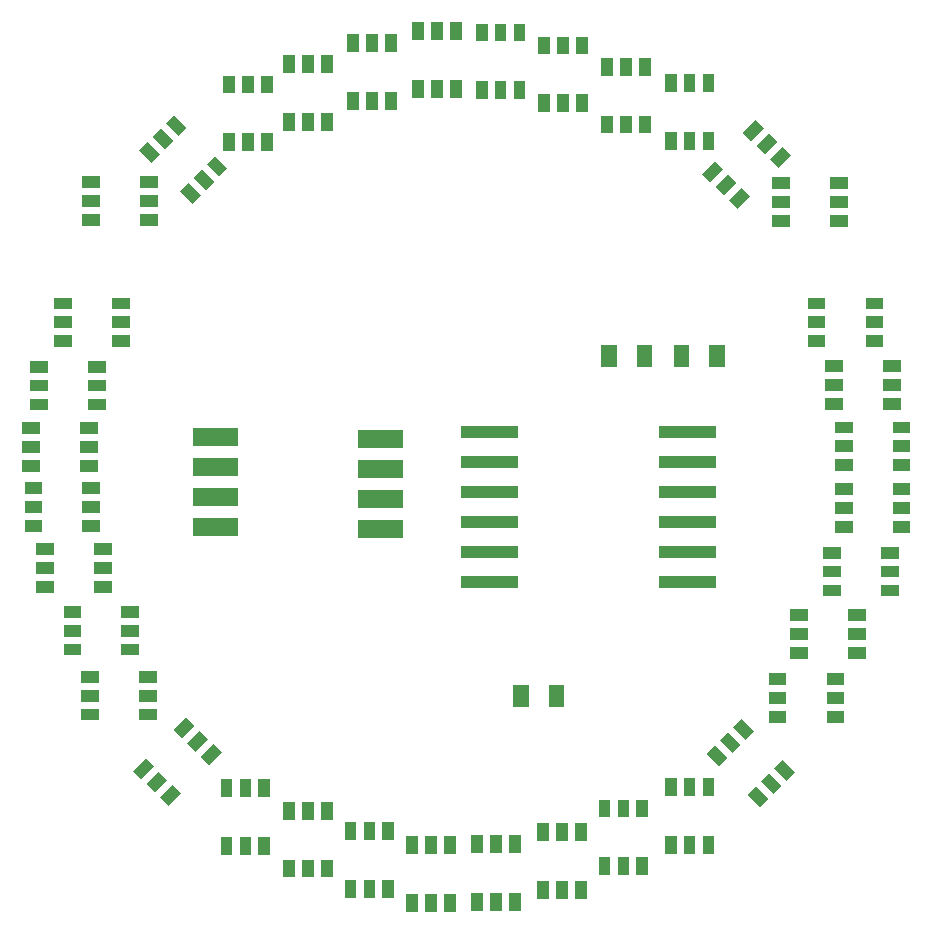
<source format=gbr>
G04 start of page 10 for group -4015 idx -4015 *
G04 Title: (unknown), toppaste *
G04 Creator: pcb 4.2.0 *
G04 CreationDate: Fri Jan  3 20:58:43 2020 UTC *
G04 For: blinken *
G04 Format: Gerber/RS-274X *
G04 PCB-Dimensions (mil): 3149.61 3149.61 *
G04 PCB-Coordinate-Origin: lower left *
%MOIN*%
%FSLAX25Y25*%
%LNTOPPASTE*%
%ADD60C,0.0001*%
G54D60*G36*
X219409Y198031D02*X214291D01*
Y190551D01*
X219409D01*
Y198031D01*
G37*
G36*
X207599D02*X202481D01*
Y190551D01*
X207599D01*
Y198031D01*
G37*
G36*
X178268Y84685D02*X173150D01*
Y77205D01*
X178268D01*
Y84685D01*
G37*
G36*
X190078D02*X184960D01*
Y77205D01*
X190078D01*
Y84685D01*
G37*
G36*
X243621Y198031D02*X238503D01*
Y190551D01*
X243621D01*
Y198031D01*
G37*
G36*
X231811D02*X226693D01*
Y190551D01*
X231811D01*
Y198031D01*
G37*
G36*
X121263Y169669D02*Y163763D01*
X136224D01*
Y169669D01*
X121263D01*
G37*
G36*
Y159669D02*Y153763D01*
X136224D01*
Y159669D01*
X121263D01*
G37*
G36*
Y149669D02*Y143763D01*
X136224D01*
Y149669D01*
X121263D01*
G37*
G36*
Y139669D02*Y133763D01*
X136224D01*
Y139669D01*
X121263D01*
G37*
G36*
X66318Y170169D02*Y164263D01*
X81279D01*
Y170169D01*
X66318D01*
G37*
G36*
Y160169D02*Y154263D01*
X81279D01*
Y160169D01*
X66318D01*
G37*
G36*
Y150169D02*Y144263D01*
X81279D01*
Y150169D01*
X66318D01*
G37*
G36*
Y140169D02*Y134263D01*
X81279D01*
Y140169D01*
X66318D01*
G37*
G36*
X155612Y120923D02*Y116986D01*
X174549D01*
Y120923D01*
X155612D01*
G37*
G36*
Y130923D02*Y126986D01*
X174549D01*
Y130923D01*
X155612D01*
G37*
G36*
Y140923D02*Y136986D01*
X174549D01*
Y140923D01*
X155612D01*
G37*
G36*
Y150923D02*Y146986D01*
X174549D01*
Y150923D01*
X155612D01*
G37*
G36*
Y160923D02*Y156986D01*
X174549D01*
Y160923D01*
X155612D01*
G37*
G36*
Y170923D02*Y166986D01*
X174549D01*
Y170923D01*
X155612D01*
G37*
G36*
X221793Y120923D02*Y116986D01*
X240730D01*
Y120923D01*
X221793D01*
G37*
G36*
Y130923D02*Y126986D01*
X240730D01*
Y130923D01*
X221793D01*
G37*
G36*
Y140923D02*Y136986D01*
X240730D01*
Y140923D01*
X221793D01*
G37*
G36*
Y150923D02*Y146986D01*
X240730D01*
Y150923D01*
X221793D01*
G37*
G36*
Y160923D02*Y156986D01*
X240730D01*
Y160923D01*
X221793D01*
G37*
G36*
Y170923D02*Y166986D01*
X240730D01*
Y170923D01*
X221793D01*
G37*
G36*
X86614Y287795D02*X82677D01*
Y281890D01*
X86614D01*
Y287795D01*
G37*
G36*
X80315D02*X76378D01*
Y281890D01*
X80315D01*
Y287795D01*
G37*
G36*
X92913Y268504D02*X88976D01*
Y262598D01*
X92913D01*
Y268504D01*
G37*
G36*
X86614D02*X82677D01*
Y262598D01*
X86614D01*
Y268504D01*
G37*
G36*
X80315D02*X76378D01*
Y262598D01*
X80315D01*
Y268504D01*
G37*
G36*
X92913Y287795D02*X88976D01*
Y281890D01*
X92913D01*
Y287795D01*
G37*
G36*
X106693Y294488D02*X102756D01*
Y288583D01*
X106693D01*
Y294488D01*
G37*
G36*
X100394D02*X96457D01*
Y288583D01*
X100394D01*
Y294488D01*
G37*
G36*
X112992Y275197D02*X109055D01*
Y269291D01*
X112992D01*
Y275197D01*
G37*
G36*
X106693D02*X102756D01*
Y269291D01*
X106693D01*
Y275197D01*
G37*
G36*
X100394D02*X96457D01*
Y269291D01*
X100394D01*
Y275197D01*
G37*
G36*
X112992Y294488D02*X109055D01*
Y288583D01*
X112992D01*
Y294488D01*
G37*
G36*
X127953Y301575D02*X124016D01*
Y295669D01*
X127953D01*
Y301575D01*
G37*
G36*
X121654D02*X117717D01*
Y295669D01*
X121654D01*
Y301575D01*
G37*
G36*
X134252Y282283D02*X130315D01*
Y276378D01*
X134252D01*
Y282283D01*
G37*
G36*
X127953D02*X124016D01*
Y276378D01*
X127953D01*
Y282283D01*
G37*
G36*
X121654D02*X117717D01*
Y276378D01*
X121654D01*
Y282283D01*
G37*
G36*
X134252Y301575D02*X130315D01*
Y295669D01*
X134252D01*
Y301575D01*
G37*
G36*
X149606Y305512D02*X145669D01*
Y299606D01*
X149606D01*
Y305512D01*
G37*
G36*
X143307D02*X139370D01*
Y299606D01*
X143307D01*
Y305512D01*
G37*
G36*
X155906Y286220D02*X151969D01*
Y280315D01*
X155906D01*
Y286220D01*
G37*
G36*
X149606D02*X145669D01*
Y280315D01*
X149606D01*
Y286220D01*
G37*
G36*
X143307D02*X139370D01*
Y280315D01*
X143307D01*
Y286220D01*
G37*
G36*
X155906Y305512D02*X151969D01*
Y299606D01*
X155906D01*
Y305512D01*
G37*
G36*
X170866Y305118D02*X166929D01*
Y299213D01*
X170866D01*
Y305118D01*
G37*
G36*
X164567D02*X160630D01*
Y299213D01*
X164567D01*
Y305118D01*
G37*
G36*
X177165Y285827D02*X173228D01*
Y279921D01*
X177165D01*
Y285827D01*
G37*
G36*
X170866D02*X166929D01*
Y279921D01*
X170866D01*
Y285827D01*
G37*
G36*
X164567D02*X160630D01*
Y279921D01*
X164567D01*
Y285827D01*
G37*
G36*
X177165Y305118D02*X173228D01*
Y299213D01*
X177165D01*
Y305118D01*
G37*
G36*
X191732Y300787D02*X187795D01*
Y294882D01*
X191732D01*
Y300787D01*
G37*
G36*
X185433D02*X181496D01*
Y294882D01*
X185433D01*
Y300787D01*
G37*
G36*
X198031Y281496D02*X194094D01*
Y275591D01*
X198031D01*
Y281496D01*
G37*
G36*
X191732D02*X187795D01*
Y275591D01*
X191732D01*
Y281496D01*
G37*
G36*
X185433D02*X181496D01*
Y275591D01*
X185433D01*
Y281496D01*
G37*
G36*
X198031Y300787D02*X194094D01*
Y294882D01*
X198031D01*
Y300787D01*
G37*
G36*
X212598Y293701D02*X208661D01*
Y287795D01*
X212598D01*
Y293701D01*
G37*
G36*
X206299D02*X202362D01*
Y287795D01*
X206299D01*
Y293701D01*
G37*
G36*
X218898Y274409D02*X214961D01*
Y268504D01*
X218898D01*
Y274409D01*
G37*
G36*
X212598D02*X208661D01*
Y268504D01*
X212598D01*
Y274409D01*
G37*
G36*
X206299D02*X202362D01*
Y268504D01*
X206299D01*
Y274409D01*
G37*
G36*
X218898Y293701D02*X214961D01*
Y287795D01*
X218898D01*
Y293701D01*
G37*
G36*
X233858Y288189D02*X229921D01*
Y282283D01*
X233858D01*
Y288189D01*
G37*
G36*
X227559D02*X223622D01*
Y282283D01*
X227559D01*
Y288189D01*
G37*
G36*
X240157Y268898D02*X236220D01*
Y262992D01*
X240157D01*
Y268898D01*
G37*
G36*
X233858D02*X229921D01*
Y262992D01*
X233858D01*
Y268898D01*
G37*
G36*
X227559D02*X223622D01*
Y262992D01*
X227559D01*
Y268898D01*
G37*
G36*
X240157Y288189D02*X236220D01*
Y282283D01*
X240157D01*
Y288189D01*
G37*
G36*
X261111Y265689D02*X258327Y268473D01*
X254151Y264297D01*
X256935Y261513D01*
X261111Y265689D01*
G37*
G36*
X256657Y270143D02*X253873Y272927D01*
X249697Y268751D01*
X252481Y265967D01*
X256657Y270143D01*
G37*
G36*
X251924Y247593D02*X249140Y250377D01*
X244964Y246201D01*
X247748Y243418D01*
X251924Y247593D01*
G37*
G36*
X247470Y252048D02*X244686Y254832D01*
X240510Y250656D01*
X243294Y247872D01*
X247470Y252048D01*
G37*
G36*
X243016Y256502D02*X240232Y259286D01*
X236056Y255110D01*
X238840Y252326D01*
X243016Y256502D01*
G37*
G36*
X265565Y261234D02*X262781Y264018D01*
X258605Y259843D01*
X261389Y257059D01*
X265565Y261234D01*
G37*
G36*
X284646Y243701D02*X284646Y247638D01*
X278740Y247638D01*
X278740Y243701D01*
X284646Y243701D01*
G37*
G36*
X278740Y253937D02*Y250000D01*
X284646D01*
Y253937D01*
X278740D01*
G37*
G36*
X259449Y241339D02*Y237402D01*
X265354D01*
Y241339D01*
X259449D01*
G37*
G36*
X265354Y243701D02*X265354Y247638D01*
X259449Y247638D01*
X259449Y243701D01*
X265354Y243701D01*
G37*
G36*
X259449Y253937D02*Y250000D01*
X265354D01*
Y253937D01*
X259449D01*
G37*
G36*
X278740Y241339D02*Y237402D01*
X284646D01*
Y241339D01*
X278740D01*
G37*
G36*
X296457Y203543D02*X296457Y207480D01*
X290551Y207480D01*
X290551Y203543D01*
X296457Y203543D01*
G37*
G36*
X290551Y213780D02*Y209843D01*
X296457D01*
Y213780D01*
X290551D01*
G37*
G36*
X271260Y201181D02*Y197244D01*
X277165D01*
Y201181D01*
X271260D01*
G37*
G36*
X277165Y203543D02*X277165Y207480D01*
X271260Y207480D01*
X271260Y203543D01*
X277165Y203543D01*
G37*
G36*
X271260Y213780D02*Y209843D01*
X277165D01*
Y213780D01*
X271260D01*
G37*
G36*
X290551Y201181D02*Y197244D01*
X296457D01*
Y201181D01*
X290551D01*
G37*
G36*
X302362Y182677D02*X302362Y186614D01*
X296457Y186614D01*
X296457Y182677D01*
X302362Y182677D01*
G37*
G36*
X296457Y192913D02*Y188976D01*
X302362D01*
Y192913D01*
X296457D01*
G37*
G36*
X277165Y180315D02*Y176378D01*
X283071D01*
Y180315D01*
X277165D01*
G37*
G36*
X283071Y182677D02*X283071Y186614D01*
X277165Y186614D01*
X277165Y182677D01*
X283071Y182677D01*
G37*
G36*
X277165Y192913D02*Y188976D01*
X283071D01*
Y192913D01*
X277165D01*
G37*
G36*
X296457Y180315D02*Y176378D01*
X302362D01*
Y180315D01*
X296457D01*
G37*
G36*
X305512Y162205D02*X305512Y166142D01*
X299606Y166142D01*
X299606Y162205D01*
X305512Y162205D01*
G37*
G36*
X299606Y172441D02*Y168504D01*
X305512D01*
Y172441D01*
X299606D01*
G37*
G36*
X280315Y159843D02*Y155906D01*
X286220D01*
Y159843D01*
X280315D01*
G37*
G36*
X286220Y162205D02*X286220Y166142D01*
X280315Y166142D01*
X280315Y162205D01*
X286220Y162205D01*
G37*
G36*
X280315Y172441D02*Y168504D01*
X286220D01*
Y172441D01*
X280315D01*
G37*
G36*
X299606Y159843D02*Y155906D01*
X305512D01*
Y159843D01*
X299606D01*
G37*
G36*
X305512Y141732D02*X305512Y145669D01*
X299606Y145669D01*
X299606Y141732D01*
X305512Y141732D01*
G37*
G36*
X299606Y151968D02*Y148031D01*
X305512D01*
Y151968D01*
X299606D01*
G37*
G36*
X280315Y139370D02*Y135433D01*
X286220D01*
Y139370D01*
X280315D01*
G37*
G36*
X286220Y141732D02*X286220Y145669D01*
X280315Y145669D01*
X280315Y141732D01*
X286220Y141732D01*
G37*
G36*
X280315Y151968D02*Y148031D01*
X286220D01*
Y151968D01*
X280315D01*
G37*
G36*
X299606Y139370D02*Y135433D01*
X305512D01*
Y139370D01*
X299606D01*
G37*
G36*
X301575Y120472D02*X301575Y124409D01*
X295669Y124409D01*
X295669Y120472D01*
X301575Y120472D01*
G37*
G36*
X295669Y130709D02*Y126772D01*
X301575D01*
Y130709D01*
X295669D01*
G37*
G36*
X276378Y118110D02*Y114173D01*
X282283D01*
Y118110D01*
X276378D01*
G37*
G36*
X282283Y120472D02*X282283Y124409D01*
X276378Y124409D01*
X276378Y120472D01*
X282283Y120472D01*
G37*
G36*
X276378Y130709D02*Y126772D01*
X282283D01*
Y130709D01*
X276378D01*
G37*
G36*
X295669Y118110D02*Y114173D01*
X301575D01*
Y118110D01*
X295669D01*
G37*
G36*
X290551Y99606D02*X290551Y103543D01*
X284646Y103543D01*
X284646Y99606D01*
X290551Y99606D01*
G37*
G36*
X284646Y109843D02*Y105906D01*
X290551D01*
Y109843D01*
X284646D01*
G37*
G36*
X265354Y97244D02*Y93307D01*
X271260D01*
Y97244D01*
X265354D01*
G37*
G36*
X271260Y99606D02*X271260Y103543D01*
X265354Y103543D01*
X265354Y99606D01*
X271260Y99606D01*
G37*
G36*
X265354Y109843D02*Y105906D01*
X271260D01*
Y109843D01*
X265354D01*
G37*
G36*
X284646Y97244D02*Y93307D01*
X290551D01*
Y97244D01*
X284646D01*
G37*
G36*
X283465Y78346D02*X283465Y82283D01*
X277559Y82283D01*
X277559Y78346D01*
X283465Y78346D01*
G37*
G36*
X277559Y88583D02*Y84646D01*
X283465D01*
Y88583D01*
X277559D01*
G37*
G36*
X258268Y75984D02*Y72047D01*
X264173D01*
Y75984D01*
X258268D01*
G37*
G36*
X264173Y78346D02*X264173Y82283D01*
X258268Y82283D01*
X258268Y78346D01*
X264173Y78346D01*
G37*
G36*
X258268Y88583D02*Y84646D01*
X264173D01*
Y88583D01*
X258268D01*
G37*
G36*
X277559Y75984D02*Y72047D01*
X283465D01*
Y75984D01*
X277559D01*
G37*
G36*
X258391Y55298D02*X255607Y52514D01*
X259783Y48338D01*
X262567Y51122D01*
X258391Y55298D01*
G37*
G36*
X262845Y59752D02*X260062Y56968D01*
X264237Y52792D01*
X267021Y55576D01*
X262845Y59752D01*
G37*
G36*
X240296Y64484D02*X237512Y61701D01*
X241688Y57525D01*
X244472Y60309D01*
X240296Y64484D01*
G37*
G36*
X244750Y68939D02*X241966Y66155D01*
X246142Y61979D01*
X248926Y64763D01*
X244750Y68939D01*
G37*
G36*
X249204Y73393D02*X246421Y70609D01*
X250596Y66433D01*
X253380Y69217D01*
X249204Y73393D01*
G37*
G36*
X253937Y50843D02*X251153Y48059D01*
X255329Y43884D01*
X258113Y46668D01*
X253937Y50843D01*
G37*
G36*
X233858Y34252D02*X229921Y34252D01*
X229921Y28346D01*
X233858Y28346D01*
X233858Y34252D01*
G37*
G36*
X240157Y34252D02*X236220D01*
Y28346D01*
X240157D01*
Y34252D01*
G37*
G36*
X227559Y53543D02*X223622Y53543D01*
X223622Y47638D01*
X227559Y47638D01*
X227559Y53543D01*
G37*
G36*
X233858Y53543D02*X229921Y53543D01*
X229921Y47638D01*
X233858Y47638D01*
X233858Y53543D01*
G37*
G36*
X240157Y53543D02*X236220Y53543D01*
X236220Y47638D01*
X240157Y47638D01*
X240157Y53543D01*
G37*
G36*
X227559Y34252D02*X223622D01*
Y28346D01*
X227559D01*
Y34252D01*
G37*
G36*
X211811Y27165D02*X207874Y27165D01*
X207874Y21260D01*
X211811Y21260D01*
X211811Y27165D01*
G37*
G36*
X218110Y27165D02*X214173D01*
Y21260D01*
X218110D01*
Y27165D01*
G37*
G36*
X205512Y46457D02*X201575Y46457D01*
X201575Y40551D01*
X205512Y40551D01*
X205512Y46457D01*
G37*
G36*
X211811Y46457D02*X207874Y46457D01*
X207874Y40551D01*
X211811Y40551D01*
X211811Y46457D01*
G37*
G36*
X218110Y46457D02*X214173Y46457D01*
X214173Y40551D01*
X218110Y40551D01*
X218110Y46457D01*
G37*
G36*
X205512Y27165D02*X201575D01*
Y21260D01*
X205512D01*
Y27165D01*
G37*
G36*
X191339Y19291D02*X187402Y19291D01*
X187402Y13386D01*
X191339Y13386D01*
X191339Y19291D01*
G37*
G36*
X197638Y19291D02*X193701D01*
Y13386D01*
X197638D01*
Y19291D01*
G37*
G36*
X185039Y38583D02*X181102Y38583D01*
X181102Y32677D01*
X185039Y32677D01*
X185039Y38583D01*
G37*
G36*
X191339Y38583D02*X187402Y38583D01*
X187402Y32677D01*
X191339Y32677D01*
X191339Y38583D01*
G37*
G36*
X197638Y38583D02*X193701Y38583D01*
X193701Y32677D01*
X197638Y32677D01*
X197638Y38583D01*
G37*
G36*
X185039Y19291D02*X181102D01*
Y13386D01*
X185039D01*
Y19291D01*
G37*
G36*
X169291Y15354D02*X165354Y15354D01*
X165354Y9449D01*
X169291Y9449D01*
X169291Y15354D01*
G37*
G36*
X175591Y15354D02*X171654D01*
Y9449D01*
X175591D01*
Y15354D01*
G37*
G36*
X162992Y34646D02*X159055Y34646D01*
X159055Y28740D01*
X162992Y28740D01*
X162992Y34646D01*
G37*
G36*
X169291Y34646D02*X165354Y34646D01*
X165354Y28740D01*
X169291Y28740D01*
X169291Y34646D01*
G37*
G36*
X175591Y34646D02*X171654Y34646D01*
X171654Y28740D01*
X175591Y28740D01*
X175591Y34646D01*
G37*
G36*
X162992Y15354D02*X159055D01*
Y9449D01*
X162992D01*
Y15354D01*
G37*
G36*
X147638Y14961D02*X143701Y14961D01*
X143701Y9055D01*
X147638Y9055D01*
X147638Y14961D01*
G37*
G36*
X153937Y14961D02*X150000D01*
Y9055D01*
X153937D01*
Y14961D01*
G37*
G36*
X141339Y34252D02*X137402Y34252D01*
X137402Y28346D01*
X141339Y28346D01*
X141339Y34252D01*
G37*
G36*
X147638Y34252D02*X143701Y34252D01*
X143701Y28346D01*
X147638Y28346D01*
X147638Y34252D01*
G37*
G36*
X153937Y34252D02*X150000Y34252D01*
X150000Y28346D01*
X153937Y28346D01*
X153937Y34252D01*
G37*
G36*
X141339Y14961D02*X137402D01*
Y9055D01*
X141339D01*
Y14961D01*
G37*
G36*
X127165Y19685D02*X123228Y19685D01*
X123228Y13780D01*
X127165Y13780D01*
X127165Y19685D01*
G37*
G36*
X133465Y19685D02*X129528D01*
Y13780D01*
X133465D01*
Y19685D01*
G37*
G36*
X120866Y38976D02*X116929Y38976D01*
X116929Y33071D01*
X120866Y33071D01*
X120866Y38976D01*
G37*
G36*
X127165Y38976D02*X123228Y38976D01*
X123228Y33071D01*
X127165Y33071D01*
X127165Y38976D01*
G37*
G36*
X133465Y38976D02*X129528Y38976D01*
X129528Y33071D01*
X133465Y33071D01*
X133465Y38976D01*
G37*
G36*
X120866Y19685D02*X116929D01*
Y13780D01*
X120866D01*
Y19685D01*
G37*
G36*
X106693Y26378D02*X102756Y26378D01*
X102756Y20472D01*
X106693Y20472D01*
X106693Y26378D01*
G37*
G36*
X112992Y26378D02*X109055D01*
Y20472D01*
X112992D01*
Y26378D01*
G37*
G36*
X100394Y45669D02*X96457Y45669D01*
X96457Y39764D01*
X100394Y39764D01*
X100394Y45669D01*
G37*
G36*
X106693Y45669D02*X102756Y45669D01*
X102756Y39764D01*
X106693Y39764D01*
X106693Y45669D01*
G37*
G36*
X112992Y45669D02*X109055Y45669D01*
X109055Y39764D01*
X112992Y39764D01*
X112992Y45669D01*
G37*
G36*
X100394Y26378D02*X96457D01*
Y20472D01*
X100394D01*
Y26378D01*
G37*
G36*
X85827Y33858D02*X81890Y33858D01*
X81890Y27953D01*
X85827Y27953D01*
X85827Y33858D01*
G37*
G36*
X92126Y33858D02*X88189D01*
Y27953D01*
X92126D01*
Y33858D01*
G37*
G36*
X79528Y53150D02*X75591Y53150D01*
X75591Y47244D01*
X79528Y47244D01*
X79528Y53150D01*
G37*
G36*
X85827Y53150D02*X81890Y53150D01*
X81890Y47244D01*
X85827Y47244D01*
X85827Y53150D01*
G37*
G36*
X92126Y53150D02*X88189Y53150D01*
X88189Y47244D01*
X92126Y47244D01*
X92126Y53150D01*
G37*
G36*
X79528Y33858D02*X75591D01*
Y27953D01*
X79528D01*
Y33858D01*
G37*
G36*
X57794Y52982D02*X55010Y55766D01*
X50834Y51590D01*
X53618Y48807D01*
X57794Y52982D01*
G37*
G36*
X62248Y48528D02*X59464Y51312D01*
X55288Y47136D01*
X58072Y44352D01*
X62248Y48528D01*
G37*
G36*
X66981Y71078D02*X64197Y73862D01*
X60021Y69686D01*
X62805Y66902D01*
X66981Y71078D01*
G37*
G36*
X71435Y66623D02*X68651Y69407D01*
X64475Y65231D01*
X67259Y62448D01*
X71435Y66623D01*
G37*
G36*
X75889Y62169D02*X73105Y64953D01*
X68930Y60777D01*
X71713Y57993D01*
X75889Y62169D01*
G37*
G36*
X53340Y57437D02*X50556Y60221D01*
X46380Y56045D01*
X49164Y53261D01*
X53340Y57437D01*
G37*
G36*
X35039Y79134D02*X35039Y83071D01*
X29134Y83071D01*
X29134Y79134D01*
X35039Y79134D01*
G37*
G36*
X29134Y76772D02*Y72835D01*
X35039D01*
Y76772D01*
X29134D01*
G37*
G36*
X48425Y89370D02*X48425Y85433D01*
X54331Y85433D01*
X54331Y89370D01*
X48425Y89370D01*
G37*
G36*
X54331Y79134D02*X54331Y83071D01*
X48425Y83071D01*
X48425Y79134D01*
X54331Y79134D01*
G37*
G36*
X48425Y76772D02*X48425Y72835D01*
X54331Y72835D01*
X54331Y76772D01*
X48425Y76772D01*
G37*
G36*
X29134Y89370D02*Y85433D01*
X35039D01*
Y89370D01*
X29134D01*
G37*
G36*
X29134Y100787D02*X29134Y104724D01*
X23228Y104724D01*
X23228Y100787D01*
X29134Y100787D01*
G37*
G36*
X23228Y98425D02*Y94488D01*
X29134D01*
Y98425D01*
X23228D01*
G37*
G36*
X42520Y111024D02*X42520Y107087D01*
X48425Y107087D01*
X48425Y111024D01*
X42520Y111024D01*
G37*
G36*
X48425Y100787D02*X48425Y104724D01*
X42520Y104724D01*
X42520Y100787D01*
X48425Y100787D01*
G37*
G36*
X42520Y98425D02*X42520Y94488D01*
X48425Y94488D01*
X48425Y98425D01*
X42520Y98425D01*
G37*
G36*
X23228Y111024D02*Y107087D01*
X29134D01*
Y111024D01*
X23228D01*
G37*
G36*
X20079Y121654D02*X20079Y125591D01*
X14173Y125591D01*
X14173Y121654D01*
X20079Y121654D01*
G37*
G36*
X14173Y119291D02*Y115354D01*
X20079D01*
Y119291D01*
X14173D01*
G37*
G36*
X33465Y131890D02*X33465Y127953D01*
X39370Y127953D01*
X39370Y131890D01*
X33465Y131890D01*
G37*
G36*
X39370Y121654D02*X39370Y125591D01*
X33465Y125591D01*
X33465Y121654D01*
X39370Y121654D01*
G37*
G36*
X33465Y119291D02*X33465Y115354D01*
X39370Y115354D01*
X39370Y119291D01*
X33465Y119291D01*
G37*
G36*
X14173Y131890D02*Y127953D01*
X20079D01*
Y131890D01*
X14173D01*
G37*
G36*
X16142Y141929D02*X16142Y145866D01*
X10236Y145866D01*
X10236Y141929D01*
X16142Y141929D01*
G37*
G36*
X10236Y139567D02*Y135630D01*
X16142D01*
Y139567D01*
X10236D01*
G37*
G36*
X29528Y152165D02*X29528Y148228D01*
X35433Y148228D01*
X35433Y152165D01*
X29528Y152165D01*
G37*
G36*
X35433Y141929D02*X35433Y145866D01*
X29528Y145866D01*
X29528Y141929D01*
X35433Y141929D01*
G37*
G36*
X29528Y139567D02*X29528Y135630D01*
X35433Y135630D01*
X35433Y139567D01*
X29528Y139567D01*
G37*
G36*
X10236Y152165D02*Y148228D01*
X16142D01*
Y152165D01*
X10236D01*
G37*
G36*
X15354Y162008D02*X15354Y165945D01*
X9449Y165945D01*
X9449Y162008D01*
X15354Y162008D01*
G37*
G36*
X9449Y159646D02*Y155709D01*
X15354D01*
Y159646D01*
X9449D01*
G37*
G36*
X28740Y172244D02*X28740Y168307D01*
X34646Y168307D01*
X34646Y172244D01*
X28740Y172244D01*
G37*
G36*
X34646Y162008D02*X34646Y165945D01*
X28740Y165945D01*
X28740Y162008D01*
X34646Y162008D01*
G37*
G36*
X28740Y159646D02*X28740Y155709D01*
X34646Y155709D01*
X34646Y159646D01*
X28740Y159646D01*
G37*
G36*
X9449Y172244D02*Y168307D01*
X15354D01*
Y172244D01*
X9449D01*
G37*
G36*
X18110Y182480D02*X18110Y186417D01*
X12205Y186417D01*
X12205Y182480D01*
X18110Y182480D01*
G37*
G36*
X12205Y180118D02*Y176181D01*
X18110D01*
Y180118D01*
X12205D01*
G37*
G36*
X31496Y192717D02*X31496Y188780D01*
X37402Y188780D01*
X37402Y192717D01*
X31496Y192717D01*
G37*
G36*
X37402Y182480D02*X37402Y186417D01*
X31496Y186417D01*
X31496Y182480D01*
X37402Y182480D01*
G37*
G36*
X31496Y180118D02*X31496Y176181D01*
X37402Y176181D01*
X37402Y180118D01*
X31496Y180118D01*
G37*
G36*
X12205Y192717D02*Y188780D01*
X18110D01*
Y192717D01*
X12205D01*
G37*
G36*
X25984Y203543D02*X25984Y207480D01*
X20079Y207480D01*
X20079Y203543D01*
X25984Y203543D01*
G37*
G36*
X20079Y201181D02*Y197244D01*
X25984D01*
Y201181D01*
X20079D01*
G37*
G36*
X39370Y213780D02*X39370Y209843D01*
X45276Y209843D01*
X45276Y213780D01*
X39370Y213780D01*
G37*
G36*
X45276Y203543D02*X45276Y207480D01*
X39370Y207480D01*
X39370Y203543D01*
X45276Y203543D01*
G37*
G36*
X39370Y201181D02*X39370Y197244D01*
X45276Y197244D01*
X45276Y201181D01*
X39370Y201181D01*
G37*
G36*
X20079Y213780D02*Y209843D01*
X25984D01*
Y213780D01*
X20079D01*
G37*
G36*
X55571Y270166D02*X52787Y267382D01*
X56963Y263206D01*
X59747Y265990D01*
X55571Y270166D01*
G37*
G36*
X51117Y265712D02*X48333Y262928D01*
X52509Y258752D01*
X55293Y261536D01*
X51117Y265712D01*
G37*
G36*
X73666Y260979D02*X70883Y258195D01*
X75058Y254020D01*
X77842Y256803D01*
X73666Y260979D01*
G37*
G36*
X69212Y256525D02*X66428Y253741D01*
X70604Y249565D01*
X73388Y252349D01*
X69212Y256525D01*
G37*
G36*
X64758Y252071D02*X61974Y249287D01*
X66150Y245111D01*
X68934Y247895D01*
X64758Y252071D01*
G37*
G36*
X60025Y274620D02*X57241Y271836D01*
X61417Y267661D01*
X64201Y270444D01*
X60025Y274620D01*
G37*
G36*
X35433Y244095D02*X35433Y248032D01*
X29528Y248032D01*
X29528Y244094D01*
X35433Y244095D01*
G37*
G36*
X29528Y241732D02*Y237795D01*
X35433D01*
Y241732D01*
X29528D01*
G37*
G36*
X48819Y254331D02*X48819Y250394D01*
X54724Y250394D01*
X54724Y254331D01*
X48819Y254331D01*
G37*
G36*
X54724Y244095D02*X54724Y248032D01*
X48819Y248031D01*
X48819Y244094D01*
X54724Y244095D01*
G37*
G36*
X48819Y241732D02*X48819Y237795D01*
X54724Y237795D01*
X54724Y241732D01*
X48819Y241732D01*
G37*
G36*
X29528Y254331D02*Y250394D01*
X35433D01*
Y254331D01*
X29528D01*
G37*
M02*

</source>
